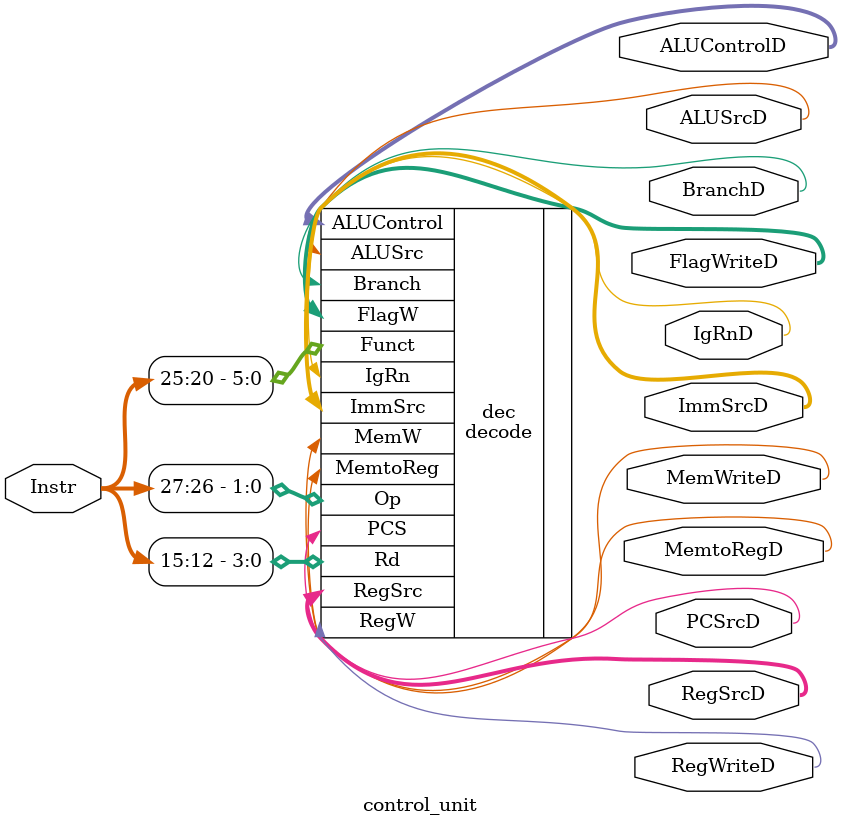
<source format=v>
module control_unit (
	Instr,
	PCSrcD,
	RegWriteD,
	MemtoRegD,
	MemWriteD,
	ALUControlD,
	BranchD,
	ALUSrcD,
	FlagWriteD,
	ImmSrcD,
	RegSrcD,
	IgRnD
);
	input wire [27:12] Instr;
	output wire PCSrcD;
	output wire RegWriteD;
	output wire MemtoRegD;
	output wire MemWriteD;
	output wire [1:0] ALUControlD;
	output wire BranchD;
	output wire ALUSrcD;
	output wire [1:0] FlagWriteD;
	output wire [1:0] ImmSrcD;
	output wire [1:0] RegSrcD;
	output wire IgRnD;

	decode dec(
		.Op(Instr[27:26]),
		.Funct(Instr[25:20]),
		.Rd(Instr[15:12]),
		.PCS(PCSrcD),
		.MemW(MemWriteD),
		.MemtoReg(MemtoRegD),
		.ALUSrc(ALUSrcD),
		.ImmSrc(ImmSrcD),
		.RegSrc(RegSrcD),
		.RegW(RegWriteD),
		.Branch(BranchD),
		.ALUControl(ALUControlD),
		.FlagW(FlagWriteD),
		.IgRn(IgRnD)
	);
	//Solo se coloca el decode por el Instr
endmodule
</source>
